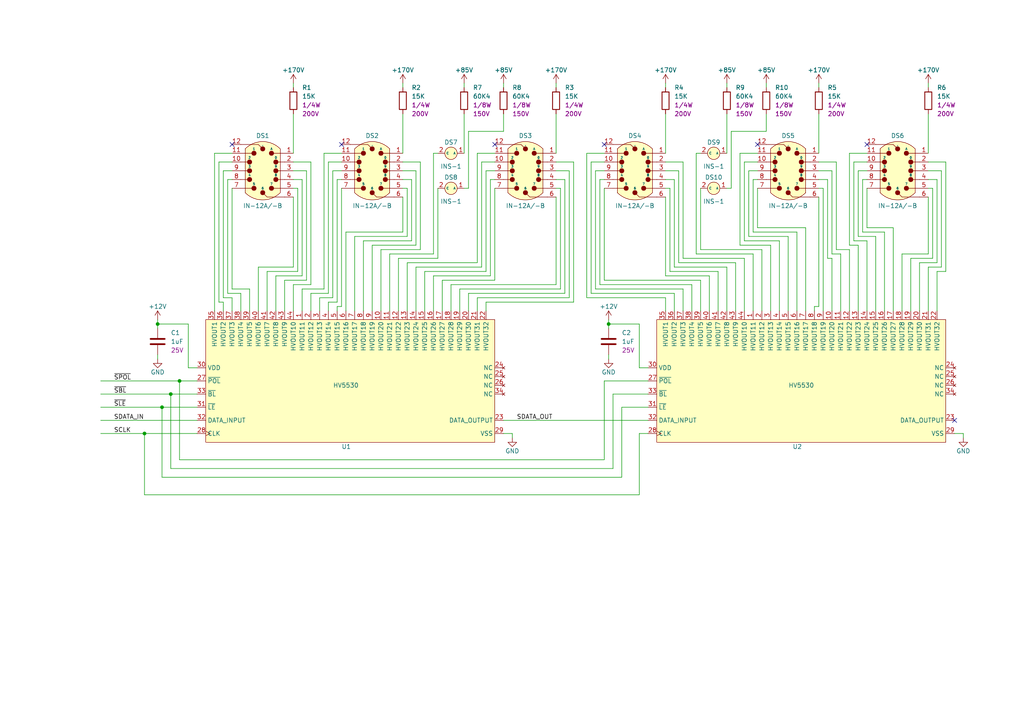
<source format=kicad_sch>
(kicad_sch (version 20230121) (generator eeschema)
  (paper "A4")
  (title_block (title "Nixie Clock Driver") (date "2023-11-19") (rev "Pro01") (company "EAM"))
  (lib_symbols
    (symbol "Device:C" (pin_numbers hide) (pin_names (offset 0.254))
      (property "Reference" "C" (at 0.635 2.54 0))
      (property "Value" "C" (at 0.635 -2.54 0))
      (symbol "C_1_1"
        (pin passive line (at 0 3.81 270) (length 2.794) (name "~") (number "1"))
        (pin passive line (at 0 -3.81 90) (length 2.794) (name "~") (number "2"))
      )
    )
    (symbol "Device:R" (pin_numbers hide) (pin_names (offset 0))
      (property "Reference" "R" (at 2.032 0 90))
      (property "Value" "R" (at 0 0 90))
      (symbol "R_1_1"
        (pin passive line (at 0 3.81 270) (length 1.27) (name "~") (number "1"))
        (pin passive line (at 0 -3.81 90) (length 1.27) (name "~") (number "2"))
      )
    )
    (symbol "HV5530_1"
      (property "Reference" "U" (at 0 0 0))
      (symbol "HV5530_1_1_1"
        (pin open_collector line (at -12.7 20.32 270) (length 2.54) (name "HVOUT11") (number "1"))
        (pin open_collector line (at 10.16 20.32 270) (length 2.54) (name "HVOUT20") (number "10"))
        (pin open_collector line (at 12.7 20.32 270) (length 2.54) (name "HVOUT21") (number "11"))
        (pin open_collector line (at 15.24 20.32 270) (length 2.54) (name "HVOUT22") (number "12"))
        (pin open_collector line (at 17.78 20.32 270) (length 2.54) (name "HVOUT23") (number "13"))
        (pin open_collector line (at 20.32 20.32 270) (length 2.54) (name "HVOUT24") (number "14"))
        (pin open_collector line (at 22.86 20.32 270) (length 2.54) (name "HVOUT25") (number "15"))
        (pin open_collector line (at 25.4 20.32 270) (length 2.54) (name "HVOUT26") (number "16"))
        (pin open_collector line (at 27.94 20.32 270) (length 2.54) (name "HVOUT27") (number "17"))
        (pin open_collector line (at 30.48 20.32 270) (length 2.54) (name "HVOUT28") (number "18"))
        (pin open_collector line (at 33.02 20.32 270) (length 2.54) (name "HVOUT29") (number "19"))
        (pin open_collector line (at -10.16 20.32 270) (length 2.54) (name "HVOUT12") (number "2"))
        (pin open_collector line (at 35.56 20.32 270) (length 2.54) (name "HVOUT30") (number "20"))
        (pin open_collector line (at 38.1 20.32 270) (length 2.54) (name "HVOUT31") (number "21"))
        (pin open_collector line (at 40.64 20.32 270) (length 2.54) (name "HVOUT32") (number "22"))
        (pin output line (at 45.72 -11.43 180) (length 2.54) (name "DATA_OUTPUT") (number "23"))
        (pin no_connect line (at 45.72 3.81 180) (length 2.54) (name "NC") (number "24"))
        (pin no_connect line (at 45.72 1.27 180) (length 2.54) (name "NC") (number "25"))
        (pin no_connect line (at 45.72 -1.27 180) (length 2.54) (name "NC") (number "26"))
        (pin input line (at -43.18 0 0) (length 2.54) (name "~{POL}") (number "27"))
        (pin input clock (at -43.18 -15.24 0) (length 2.54) (name "CLK") (number "28"))
        (pin power_out line (at 45.72 -15.24 180) (length 2.54) (name "VSS") (number "29"))
        (pin open_collector line (at -7.62 20.32 270) (length 2.54) (name "HVOUT13") (number "3"))
        (pin power_in line (at -43.18 3.81 0) (length 2.54) (name "VDD") (number "30"))
        (pin input line (at -43.18 -7.62 0) (length 2.54) (name "~{LE}") (number "31"))
        (pin input line (at -43.18 -11.43 0) (length 2.54) (name "DATA_INPUT") (number "32"))
        (pin input line (at -43.18 -3.81 0) (length 2.54) (name "~{BL}") (number "33"))
        (pin no_connect line (at 45.72 -3.81 180) (length 2.54) (name "NC") (number "34"))
        (pin open_collector line (at -38.1 20.32 270) (length 2.54) (name "HVOUT1") (number "35"))
        (pin open_collector line (at -35.56 20.32 270) (length 2.54) (name "HVOUT2") (number "36"))
        (pin open_collector line (at -33.02 20.32 270) (length 2.54) (name "HVOUT3") (number "37"))
        (pin open_collector line (at -30.48 20.32 270) (length 2.54) (name "HVOUT4") (number "38"))
        (pin open_collector line (at -27.94 20.32 270) (length 2.54) (name "HVOUT5") (number "39"))
        (pin open_collector line (at -5.08 20.32 270) (length 2.54) (name "HVOUT14") (number "4"))
        (pin open_collector line (at -25.4 20.32 270) (length 2.54) (name "HVOUT6") (number "40"))
        (pin open_collector line (at -22.86 20.32 270) (length 2.54) (name "HVOUT7") (number "41"))
        (pin open_collector line (at -20.32 20.32 270) (length 2.54) (name "HVOUT8") (number "42"))
        (pin open_collector line (at -17.78 20.32 270) (length 2.54) (name "HVOUT9") (number "43"))
        (pin open_collector line (at -15.24 20.32 270) (length 2.54) (name "HVOUT10") (number "44"))
        (pin open_collector line (at -2.54 20.32 270) (length 2.54) (name "HVOUT15") (number "5"))
        (pin open_collector line (at 0 20.32 270) (length 2.54) (name "HVOUT16") (number "6"))
        (pin open_collector line (at 2.54 20.32 270) (length 2.54) (name "HVOUT17") (number "7"))
        (pin open_collector line (at 5.08 20.32 270) (length 2.54) (name "HVOUT18") (number "8"))
        (pin open_collector line (at 7.62 20.32 270) (length 2.54) (name "HVOUT19") (number "9"))
      )
    )
    (symbol "IN-12A/-B_1"
      (property "Reference" "DS" (at 0 0 0))
      (property "Value" "IN-12A/-B" (at 0 -10.16 0))
      (symbol "IN-12A/-B_1_1_1"
        (text ",\n" (at 0 7.62 0) (effects (font (size 0.635 0.635))))
        (text "0\n" (at 3.81 3.81 0) (effects (font (size 0.635 0.635))))
        (text "1" (at -2.54 6.35 0) (effects (font (size 0.635 0.635))))
        (text "2" (at -3.81 3.81 0) (effects (font (size 0.635 0.635))))
        (text "3\n" (at -3.81 1.27 0) (effects (font (size 0.635 0.635))))
        (text "4" (at -3.81 -1.27 0) (effects (font (size 0.635 0.635))))
        (text "5\n" (at -2.54 -3.81 0) (effects (font (size 0.635 0.635))))
        (text "6\n" (at 0 -5.08 0) (effects (font (size 0.635 0.635))))
        (text "7" (at 2.54 -3.81 0) (effects (font (size 0.635 0.635))))
        (text "8\n" (at 3.81 -1.27 0) (effects (font (size 0.635 0.635))))
        (text "9\n" (at 3.81 1.27 0) (effects (font (size 0.635 0.635))))
        (text "A\n" (at 2.54 6.35 0) (effects (font (size 0.635 0.635))))
        (pin power_in line (at 8.89 5.08 180) (length 2.54) (name "") (number "1"))
        (pin power_out line (at -8.89 2.54 0) (length 2.54) (name "") (number "10"))
        (pin power_out line (at -8.89 5.08 0) (length 2.54) (name "") (number "11"))
        (pin power_out line (at -8.89 7.62 0) (length 2.54) (name "") (number "12"))
        (pin power_out line (at 8.89 2.54 180) (length 2.54) (name "") (number "2"))
        (pin power_out line (at 8.89 0 180) (length 2.54) (name "") (number "3"))
        (pin power_out line (at 8.89 -2.54 180) (length 2.54) (name "") (number "4"))
        (pin power_out line (at 8.89 -5.08 180) (length 2.54) (name "") (number "5"))
        (pin power_out line (at 8.89 -7.62 180) (length 2.54) (name "") (number "6"))
        (pin power_out line (at -8.89 -5.08 0) (length 2.54) (name "") (number "7"))
        (pin power_out line (at -8.89 -2.54 0) (length 2.54) (name "") (number "8"))
        (pin power_out line (at -8.89 0 0) (length 2.54) (name "") (number "9"))
      )
    )
    (symbol "IN-12A/-B_2"
      (property "Reference" "DS" (at 0 0 0))
      (property "Value" "IN-12A/-B" (at 0 -10.16 0))
      (symbol "IN-12A/-B_2_1_1"
        (text ",\n" (at 0 7.62 0) (effects (font (size 0.635 0.635))))
        (text "0\n" (at 3.81 3.81 0) (effects (font (size 0.635 0.635))))
        (text "1" (at -2.54 6.35 0) (effects (font (size 0.635 0.635))))
        (text "2" (at -3.81 3.81 0) (effects (font (size 0.635 0.635))))
        (text "3\n" (at -3.81 1.27 0) (effects (font (size 0.635 0.635))))
        (text "4" (at -3.81 -1.27 0) (effects (font (size 0.635 0.635))))
        (text "5\n" (at -2.54 -3.81 0) (effects (font (size 0.635 0.635))))
        (text "6\n" (at 0 -5.08 0) (effects (font (size 0.635 0.635))))
        (text "7" (at 2.54 -3.81 0) (effects (font (size 0.635 0.635))))
        (text "8\n" (at 3.81 -1.27 0) (effects (font (size 0.635 0.635))))
        (text "9\n" (at 3.81 1.27 0) (effects (font (size 0.635 0.635))))
        (text "A\n" (at 2.54 6.35 0) (effects (font (size 0.635 0.635))))
        (pin power_in line (at 8.89 5.08 180) (length 2.54) (name "") (number "1"))
        (pin power_out line (at -8.89 2.54 0) (length 2.54) (name "") (number "10"))
        (pin power_out line (at -8.89 5.08 0) (length 2.54) (name "") (number "11"))
        (pin power_out line (at -8.89 7.62 0) (length 2.54) (name "") (number "12"))
        (pin power_out line (at 8.89 2.54 180) (length 2.54) (name "") (number "2"))
        (pin power_out line (at 8.89 0 180) (length 2.54) (name "") (number "3"))
        (pin power_out line (at 8.89 -2.54 180) (length 2.54) (name "") (number "4"))
        (pin power_out line (at 8.89 -5.08 180) (length 2.54) (name "") (number "5"))
        (pin power_out line (at 8.89 -7.62 180) (length 2.54) (name "") (number "6"))
        (pin power_out line (at -8.89 -5.08 0) (length 2.54) (name "") (number "7"))
        (pin power_out line (at -8.89 -2.54 0) (length 2.54) (name "") (number "8"))
        (pin power_out line (at -8.89 0 0) (length 2.54) (name "") (number "9"))
      )
    )
    (symbol "IN-12A/-B_3"
      (property "Reference" "DS" (at 0 0 0))
      (property "Value" "IN-12A/-B" (at 0 -10.16 0))
      (symbol "IN-12A/-B_3_1_1"
        (text ",\n" (at 0 7.62 0) (effects (font (size 0.635 0.635))))
        (text "0\n" (at 3.81 3.81 0) (effects (font (size 0.635 0.635))))
        (text "1" (at -2.54 6.35 0) (effects (font (size 0.635 0.635))))
        (text "2" (at -3.81 3.81 0) (effects (font (size 0.635 0.635))))
        (text "3\n" (at -3.81 1.27 0) (effects (font (size 0.635 0.635))))
        (text "4" (at -3.81 -1.27 0) (effects (font (size 0.635 0.635))))
        (text "5\n" (at -2.54 -3.81 0) (effects (font (size 0.635 0.635))))
        (text "6\n" (at 0 -5.08 0) (effects (font (size 0.635 0.635))))
        (text "7" (at 2.54 -3.81 0) (effects (font (size 0.635 0.635))))
        (text "8\n" (at 3.81 -1.27 0) (effects (font (size 0.635 0.635))))
        (text "9\n" (at 3.81 1.27 0) (effects (font (size 0.635 0.635))))
        (text "A\n" (at 2.54 6.35 0) (effects (font (size 0.635 0.635))))
        (pin power_in line (at 8.89 5.08 180) (length 2.54) (name "") (number "1"))
        (pin power_out line (at -8.89 2.54 0) (length 2.54) (name "") (number "10"))
        (pin power_out line (at -8.89 5.08 0) (length 2.54) (name "") (number "11"))
        (pin power_out line (at -8.89 7.62 0) (length 2.54) (name "") (number "12"))
        (pin power_out line (at 8.89 2.54 180) (length 2.54) (name "") (number "2"))
        (pin power_out line (at 8.89 0 180) (length 2.54) (name "") (number "3"))
        (pin power_out line (at 8.89 -2.54 180) (length 2.54) (name "") (number "4"))
        (pin power_out line (at 8.89 -5.08 180) (length 2.54) (name "") (number "5"))
        (pin power_out line (at 8.89 -7.62 180) (length 2.54) (name "") (number "6"))
        (pin power_out line (at -8.89 -5.08 0) (length 2.54) (name "") (number "7"))
        (pin power_out line (at -8.89 -2.54 0) (length 2.54) (name "") (number "8"))
        (pin power_out line (at -8.89 0 0) (length 2.54) (name "") (number "9"))
      )
    )
    (symbol "IN-12A/-B_4"
      (property "Reference" "DS" (at 0 0 0))
      (property "Value" "IN-12A/-B" (at 0 -10.16 0))
      (symbol "IN-12A/-B_4_1_1"
        (text ",\n" (at 0 7.62 0) (effects (font (size 0.635 0.635))))
        (text "0\n" (at 3.81 3.81 0) (effects (font (size 0.635 0.635))))
        (text "1" (at -2.54 6.35 0) (effects (font (size 0.635 0.635))))
        (text "2" (at -3.81 3.81 0) (effects (font (size 0.635 0.635))))
        (text "3\n" (at -3.81 1.27 0) (effects (font (size 0.635 0.635))))
        (text "4" (at -3.81 -1.27 0) (effects (font (size 0.635 0.635))))
        (text "5\n" (at -2.54 -3.81 0) (effects (font (size 0.635 0.635))))
        (text "6\n" (at 0 -5.08 0) (effects (font (size 0.635 0.635))))
        (text "7" (at 2.54 -3.81 0) (effects (font (size 0.635 0.635))))
        (text "8\n" (at 3.81 -1.27 0) (effects (font (size 0.635 0.635))))
        (text "9\n" (at 3.81 1.27 0) (effects (font (size 0.635 0.635))))
        (text "A\n" (at 2.54 6.35 0) (effects (font (size 0.635 0.635))))
        (pin power_in line (at 8.89 5.08 180) (length 2.54) (name "") (number "1"))
        (pin power_out line (at -8.89 2.54 0) (length 2.54) (name "") (number "10"))
        (pin power_out line (at -8.89 5.08 0) (length 2.54) (name "") (number "11"))
        (pin power_out line (at -8.89 7.62 0) (length 2.54) (name "") (number "12"))
        (pin power_out line (at 8.89 2.54 180) (length 2.54) (name "") (number "2"))
        (pin power_out line (at 8.89 0 180) (length 2.54) (name "") (number "3"))
        (pin power_out line (at 8.89 -2.54 180) (length 2.54) (name "") (number "4"))
        (pin power_out line (at 8.89 -5.08 180) (length 2.54) (name "") (number "5"))
        (pin power_out line (at 8.89 -7.62 180) (length 2.54) (name "") (number "6"))
        (pin power_out line (at -8.89 -5.08 0) (length 2.54) (name "") (number "7"))
        (pin power_out line (at -8.89 -2.54 0) (length 2.54) (name "") (number "8"))
        (pin power_out line (at -8.89 0 0) (length 2.54) (name "") (number "9"))
      )
    )
    (symbol "IN-12A/-B_5"
      (property "Reference" "DS" (at 0 0 0))
      (property "Value" "IN-12A/-B" (at 0 -10.16 0))
      (symbol "IN-12A/-B_5_1_1"
        (text ",\n" (at 0 7.62 0) (effects (font (size 0.635 0.635))))
        (text "0\n" (at 3.81 3.81 0) (effects (font (size 0.635 0.635))))
        (text "1" (at -2.54 6.35 0) (effects (font (size 0.635 0.635))))
        (text "2" (at -3.81 3.81 0) (effects (font (size 0.635 0.635))))
        (text "3\n" (at -3.81 1.27 0) (effects (font (size 0.635 0.635))))
        (text "4" (at -3.81 -1.27 0) (effects (font (size 0.635 0.635))))
        (text "5\n" (at -2.54 -3.81 0) (effects (font (size 0.635 0.635))))
        (text "6\n" (at 0 -5.08 0) (effects (font (size 0.635 0.635))))
        (text "7" (at 2.54 -3.81 0) (effects (font (size 0.635 0.635))))
        (text "8\n" (at 3.81 -1.27 0) (effects (font (size 0.635 0.635))))
        (text "9\n" (at 3.81 1.27 0) (effects (font (size 0.635 0.635))))
        (text "A\n" (at 2.54 6.35 0) (effects (font (size 0.635 0.635))))
        (pin power_in line (at 8.89 5.08 180) (length 2.54) (name "") (number "1"))
        (pin power_out line (at -8.89 2.54 0) (length 2.54) (name "") (number "10"))
        (pin power_out line (at -8.89 5.08 0) (length 2.54) (name "") (number "11"))
        (pin power_out line (at -8.89 7.62 0) (length 2.54) (name "") (number "12"))
        (pin power_out line (at 8.89 2.54 180) (length 2.54) (name "") (number "2"))
        (pin power_out line (at 8.89 0 180) (length 2.54) (name "") (number "3"))
        (pin power_out line (at 8.89 -2.54 180) (length 2.54) (name "") (number "4"))
        (pin power_out line (at 8.89 -5.08 180) (length 2.54) (name "") (number "5"))
        (pin power_out line (at 8.89 -7.62 180) (length 2.54) (name "") (number "6"))
        (pin power_out line (at -8.89 -5.08 0) (length 2.54) (name "") (number "7"))
        (pin power_out line (at -8.89 -2.54 0) (length 2.54) (name "") (number "8"))
        (pin power_out line (at -8.89 0 0) (length 2.54) (name "") (number "9"))
      )
    )
    (symbol "nixie_clock_symbol_library:+170V" (power) (pin_names (offset 0)) (in_bom no) (on_board no)
      (property "Value" "+170V" (at 0 3.81 0))
      (symbol "+170V_1_1"
        (pin power_in line (at 0 0 90) (length 0) hide (name "+170V") (number "1"))
      )
    )
    (symbol "nixie_clock_symbol_library:+85V" (power) (pin_names (offset 0)) (in_bom no) (on_board no)
      (property "Value" "+85V" (at 0 3.81 0))
      (symbol "+85V_1_1"
        (pin power_in line (at 0 0 90) (length 0) hide (name "+85V") (number "1"))
      )
    )
    (symbol "nixie_clock_symbol_library:HV5530"
      (property "Reference" "U" (at 0 0 0))
      (symbol "HV5530_1_1"
        (pin open_collector line (at -12.7 20.32 270) (length 2.54) (name "HVOUT11") (number "1"))
        (pin open_collector line (at 10.16 20.32 270) (length 2.54) (name "HVOUT20") (number "10"))
        (pin open_collector line (at 12.7 20.32 270) (length 2.54) (name "HVOUT21") (number "11"))
        (pin open_collector line (at 15.24 20.32 270) (length 2.54) (name "HVOUT22") (number "12"))
        (pin open_collector line (at 17.78 20.32 270) (length 2.54) (name "HVOUT23") (number "13"))
        (pin open_collector line (at 20.32 20.32 270) (length 2.54) (name "HVOUT24") (number "14"))
        (pin open_collector line (at 22.86 20.32 270) (length 2.54) (name "HVOUT25") (number "15"))
        (pin open_collector line (at 25.4 20.32 270) (length 2.54) (name "HVOUT26") (number "16"))
        (pin open_collector line (at 27.94 20.32 270) (length 2.54) (name "HVOUT27") (number "17"))
        (pin open_collector line (at 30.48 20.32 270) (length 2.54) (name "HVOUT28") (number "18"))
        (pin open_collector line (at 33.02 20.32 270) (length 2.54) (name "HVOUT29") (number "19"))
        (pin open_collector line (at -10.16 20.32 270) (length 2.54) (name "HVOUT12") (number "2"))
        (pin open_collector line (at 35.56 20.32 270) (length 2.54) (name "HVOUT30") (number "20"))
        (pin open_collector line (at 38.1 20.32 270) (length 2.54) (name "HVOUT31") (number "21"))
        (pin open_collector line (at 40.64 20.32 270) (length 2.54) (name "HVOUT32") (number "22"))
        (pin output line (at 45.72 -11.43 180) (length 2.54) (name "DATA_OUTPUT") (number "23"))
        (pin no_connect line (at 45.72 3.81 180) (length 2.54) (name "NC") (number "24"))
        (pin no_connect line (at 45.72 1.27 180) (length 2.54) (name "NC") (number "25"))
        (pin no_connect line (at 45.72 -1.27 180) (length 2.54) (name "NC") (number "26"))
        (pin input line (at -43.18 0 0) (length 2.54) (name "~{POL}") (number "27"))
        (pin input clock (at -43.18 -15.24 0) (length 2.54) (name "CLK") (number "28"))
        (pin power_out line (at 45.72 -15.24 180) (length 2.54) (name "VSS") (number "29"))
        (pin open_collector line (at -7.62 20.32 270) (length 2.54) (name "HVOUT13") (number "3"))
        (pin power_in line (at -43.18 3.81 0) (length 2.54) (name "VDD") (number "30"))
        (pin input line (at -43.18 -7.62 0) (length 2.54) (name "~{LE}") (number "31"))
        (pin input line (at -43.18 -11.43 0) (length 2.54) (name "DATA_INPUT") (number "32"))
        (pin input line (at -43.18 -3.81 0) (length 2.54) (name "~{BL}") (number "33"))
        (pin no_connect line (at 45.72 -3.81 180) (length 2.54) (name "NC") (number "34"))
        (pin open_collector line (at -38.1 20.32 270) (length 2.54) (name "HVOUT1") (number "35"))
        (pin open_collector line (at -35.56 20.32 270) (length 2.54) (name "HVOUT2") (number "36"))
        (pin open_collector line (at -33.02 20.32 270) (length 2.54) (name "HVOUT3") (number "37"))
        (pin open_collector line (at -30.48 20.32 270) (length 2.54) (name "HVOUT4") (number "38"))
        (pin open_collector line (at -27.94 20.32 270) (length 2.54) (name "HVOUT5") (number "39"))
        (pin open_collector line (at -5.08 20.32 270) (length 2.54) (name "HVOUT14") (number "4"))
        (pin open_collector line (at -25.4 20.32 270) (length 2.54) (name "HVOUT6") (number "40"))
        (pin open_collector line (at -22.86 20.32 270) (length 2.54) (name "HVOUT7") (number "41"))
        (pin open_collector line (at -20.32 20.32 270) (length 2.54) (name "HVOUT8") (number "42"))
        (pin open_collector line (at -17.78 20.32 270) (length 2.54) (name "HVOUT9") (number "43"))
        (pin open_collector line (at -15.24 20.32 270) (length 2.54) (name "HVOUT10") (number "44"))
        (pin open_collector line (at -2.54 20.32 270) (length 2.54) (name "HVOUT15") (number "5"))
        (pin open_collector line (at 0 20.32 270) (length 2.54) (name "HVOUT16") (number "6"))
        (pin open_collector line (at 2.54 20.32 270) (length 2.54) (name "HVOUT17") (number "7"))
        (pin open_collector line (at 5.08 20.32 270) (length 2.54) (name "HVOUT18") (number "8"))
        (pin open_collector line (at 7.62 20.32 270) (length 2.54) (name "HVOUT19") (number "9"))
      )
    )
    (symbol "nixie_clock_symbol_library:IN-12A/-B"
      (property "Reference" "DS" (at 0 0 0))
      (property "Value" "IN-12A/-B" (at 0 -10.16 0))
      (symbol "IN-12A/-B_1_1"
        (text ",\n" (at 0 7.62 0) (effects (font (size 0.635 0.635))))
        (text "0\n" (at 3.81 3.81 0) (effects (font (size 0.635 0.635))))
        (text "1" (at -2.54 6.35 0) (effects (font (size 0.635 0.635))))
        (text "2" (at -3.81 3.81 0) (effects (font (size 0.635 0.635))))
        (text "3\n" (at -3.81 1.27 0) (effects (font (size 0.635 0.635))))
        (text "4" (at -3.81 -1.27 0) (effects (font (size 0.635 0.635))))
        (text "5\n" (at -2.54 -3.81 0) (effects (font (size 0.635 0.635))))
        (text "6\n" (at 0 -5.08 0) (effects (font (size 0.635 0.635))))
        (text "7" (at 2.54 -3.81 0) (effects (font (size 0.635 0.635))))
        (text "8\n" (at 3.81 -1.27 0) (effects (font (size 0.635 0.635))))
        (text "9\n" (at 3.81 1.27 0) (effects (font (size 0.635 0.635))))
        (text "A\n" (at 2.54 6.35 0) (effects (font (size 0.635 0.635))))
        (pin power_in line (at 8.89 5.08 180) (length 2.54) (name "") (number "1"))
        (pin power_out line (at -8.89 2.54 0) (length 2.54) (name "") (number "10"))
        (pin power_out line (at -8.89 5.08 0) (length 2.54) (name "") (number "11"))
        (pin power_out line (at -8.89 7.62 0) (length 2.54) (name "") (number "12"))
        (pin power_out line (at 8.89 2.54 180) (length 2.54) (name "") (number "2"))
        (pin power_out line (at 8.89 0 180) (length 2.54) (name "") (number "3"))
        (pin power_out line (at 8.89 -2.54 180) (length 2.54) (name "") (number "4"))
        (pin power_out line (at 8.89 -5.08 180) (length 2.54) (name "") (number "5"))
        (pin power_out line (at 8.89 -7.62 180) (length 2.54) (name "") (number "6"))
        (pin power_out line (at -8.89 -5.08 0) (length 2.54) (name "") (number "7"))
        (pin power_out line (at -8.89 -2.54 0) (length 2.54) (name "") (number "8"))
        (pin power_out line (at -8.89 0 0) (length 2.54) (name "") (number "9"))
      )
    )
    (symbol "nixie_clock_symbol_library:INS-1"
      (property "Reference" "DS" (at 0 3.175 0))
      (property "Value" "INS-1" (at 0 -3.175 0))
      (symbol "INS-1_1_1"
        (pin power_in line (at 3.81 0 180) (length 1.905) (name "A") (number "1"))
        (pin power_in line (at -3.81 0 0) (length 1.905) (name "C") (number "2"))
      )
    )
    (symbol "power:+12V" (power) (pin_names (offset 0))
      (property "Value" "+12V" (at 0 3.556 0))
      (symbol "+12V_1_1"
        (pin power_in line (at 0 0 90) (length 0) hide (name "+12V") (number "1"))
      )
    )
    (symbol "power:GND" (power) (pin_names (offset 0))
      (property "Value" "GND" (at 0 -3.81 0))
      (symbol "GND_1_1"
        (pin power_in line (at 0 0 270) (length 0) hide (name "GND") (number "1"))
      )
    )
  )
  (junction (at 49.53 114.3))
  (junction (at 46.99 118.11))
  (junction (at 176.53 93.98))
  (junction (at 52.07 110.49))
  (junction (at 45.72 93.98))
  (junction (at 41.91 125.73))
  (no_connect (at 219.71 41.91))
  (no_connect (at 175.26 41.91))
  (no_connect (at 143.51 41.91))
  (no_connect (at 67.31 41.91))
  (no_connect (at 99.06 41.91))
  (no_connect (at 276.86 121.92))
  (no_connect (at 251.46 41.91))
  (wire (pts (xy 116.84 52.07) (xy 119.38 52.07)))
  (wire (pts (xy 233.68 66.04) (xy 233.68 90.17)))
  (wire (pts (xy 57.15 106.68) (xy 54.61 106.68)))
  (wire (pts (xy 45.72 104.14) (xy 45.72 102.87)))
  (wire (pts (xy 212.09 38.1) (xy 222.25 38.1)))
  (wire (pts (xy 29.21 114.3) (xy 49.53 114.3)))
  (wire (pts (xy 175.26 54.61) (xy 175.26 81.28)))
  (wire (pts (xy 193.04 52.07) (xy 195.58 52.07)))
  (wire (pts (xy 99.06 88.9) (xy 97.79 88.9)))
  (wire (pts (xy 41.91 143.51) (xy 185.42 143.51)))
  (wire (pts (xy 123.19 78.74) (xy 123.19 90.17)))
  (wire (pts (xy 246.38 44.45) (xy 246.38 71.12)))
  (wire (pts (xy 214.63 44.45) (xy 214.63 71.12)))
  (wire (pts (xy 161.29 52.07) (xy 163.83 52.07)))
  (wire (pts (xy 177.8 114.3) (xy 187.96 114.3)))
  (wire (pts (xy 97.79 52.07) (xy 97.79 87.63)))
  (wire (pts (xy 171.45 85.09) (xy 195.58 85.09)))
  (wire (pts (xy 135.89 38.1) (xy 146.05 38.1)))
  (wire (pts (xy 116.84 57.15) (xy 116.84 67.31)))
  (wire (pts (xy 198.12 83.82) (xy 172.72 83.82)))
  (wire (pts (xy 161.29 82.55) (xy 130.81 82.55)))
  (wire (pts (xy 237.49 54.61) (xy 238.76 54.61)))
  (wire (pts (xy 130.81 82.55) (xy 130.81 90.17)))
  (wire (pts (xy 246.38 90.17) (xy 246.38 72.39)))
  (wire (pts (xy 170.18 44.45) (xy 170.18 86.36)))
  (wire (pts (xy 237.49 52.07) (xy 240.03 52.07)))
  (wire (pts (xy 95.25 46.99) (xy 95.25 85.09)))
  (wire (pts (xy 214.63 71.12) (xy 223.52 71.12)))
  (wire (pts (xy 161.29 46.99) (xy 166.37 46.99)))
  (wire (pts (xy 143.51 81.28) (xy 128.27 81.28)))
  (wire (pts (xy 237.49 49.53) (xy 241.3 49.53)))
  (wire (pts (xy 93.98 83.82) (xy 87.63 83.82)))
  (wire (pts (xy 87.63 83.82) (xy 87.63 90.17)))
  (wire (pts (xy 161.29 57.15) (xy 161.29 82.55)))
  (wire (pts (xy 273.05 49.53) (xy 273.05 77.47)))
  (wire (pts (xy 193.04 49.53) (xy 196.85 49.53)))
  (wire (pts (xy 134.62 33.02) (xy 134.62 44.45)))
  (wire (pts (xy 261.62 73.66) (xy 269.24 73.66)))
  (wire (pts (xy 269.24 49.53) (xy 273.05 49.53)))
  (wire (pts (xy 116.84 33.02) (xy 116.84 44.45)))
  (wire (pts (xy 196.85 76.2) (xy 213.36 76.2)))
  (wire (pts (xy 66.04 85.09) (xy 69.85 85.09)))
  (wire (pts (xy 128.27 81.28) (xy 128.27 90.17)))
  (wire (pts (xy 222.25 24.13) (xy 222.25 25.4)))
  (wire (pts (xy 251.46 90.17) (xy 251.46 69.85)))
  (wire (pts (xy 248.92 49.53) (xy 248.92 68.58)))
  (wire (pts (xy 194.31 54.61) (xy 194.31 78.74)))
  (wire (pts (xy 80.01 80.01) (xy 80.01 90.17)))
  (wire (pts (xy 201.93 44.45) (xy 203.2 44.45)))
  (wire (pts (xy 241.3 73.66) (xy 243.84 73.66)))
  (wire (pts (xy 125.73 44.45) (xy 127 44.45)))
  (wire (pts (xy 219.71 49.53) (xy 217.17 49.53)))
  (wire (pts (xy 120.65 71.12) (xy 107.95 71.12)))
  (wire (pts (xy 259.08 90.17) (xy 259.08 66.04)))
  (wire (pts (xy 165.1 86.36) (xy 138.43 86.36)))
  (wire (pts (xy 85.09 33.02) (xy 85.09 44.45)))
  (wire (pts (xy 251.46 49.53) (xy 248.92 49.53)))
  (wire (pts (xy 163.83 85.09) (xy 135.89 85.09)))
  (wire (pts (xy 269.24 57.15) (xy 269.24 73.66)))
  (wire (pts (xy 219.71 46.99) (xy 215.9 46.99)))
  (wire (pts (xy 146.05 24.13) (xy 146.05 25.4)))
  (wire (pts (xy 271.78 78.74) (xy 274.32 78.74)))
  (wire (pts (xy 210.82 54.61) (xy 212.09 54.61)))
  (wire (pts (xy 87.63 52.07) (xy 87.63 80.01)))
  (wire (pts (xy 217.17 49.53) (xy 217.17 68.58)))
  (wire (pts (xy 231.14 67.31) (xy 231.14 90.17)))
  (wire (pts (xy 133.35 83.82) (xy 162.56 83.82)))
  (wire (pts (xy 195.58 52.07) (xy 195.58 77.47)))
  (wire (pts (xy 250.19 67.31) (xy 256.54 67.31)))
  (wire (pts (xy 146.05 121.92) (xy 187.96 121.92)))
  (wire (pts (xy 97.79 88.9) (xy 97.79 90.17)))
  (wire (pts (xy 254 90.17) (xy 254 68.58)))
  (wire (pts (xy 134.62 54.61) (xy 135.89 54.61)))
  (wire (pts (xy 256.54 90.17) (xy 256.54 67.31)))
  (wire (pts (xy 218.44 67.31) (xy 231.14 67.31)))
  (wire (pts (xy 237.49 24.13) (xy 237.49 25.4)))
  (wire (pts (xy 219.71 66.04) (xy 233.68 66.04)))
  (wire (pts (xy 269.24 46.99) (xy 274.32 46.99)))
  (wire (pts (xy 212.09 38.1) (xy 212.09 54.61)))
  (wire (pts (xy 134.62 24.13) (xy 134.62 25.4)))
  (wire (pts (xy 138.43 44.45) (xy 138.43 76.2)))
  (wire (pts (xy 238.76 54.61) (xy 238.76 90.17)))
  (wire (pts (xy 90.17 46.99) (xy 90.17 82.55)))
  (wire (pts (xy 115.57 74.93) (xy 127 74.93)))
  (wire (pts (xy 77.47 78.74) (xy 77.47 90.17)))
  (wire (pts (xy 46.99 118.11) (xy 57.15 118.11)))
  (wire (pts (xy 29.21 121.92) (xy 57.15 121.92)))
  (wire (pts (xy 237.49 88.9) (xy 236.22 88.9)))
  (wire (pts (xy 64.77 87.63) (xy 64.77 90.17)))
  (wire (pts (xy 193.04 57.15) (xy 193.04 80.01)))
  (wire (pts (xy 67.31 44.45) (xy 62.23 44.45)))
  (wire (pts (xy 148.59 127) (xy 148.59 125.73)))
  (wire (pts (xy 193.04 46.99) (xy 198.12 46.99)))
  (wire (pts (xy 176.53 104.14) (xy 176.53 102.87)))
  (wire (pts (xy 243.84 73.66) (xy 243.84 90.17)))
  (wire (pts (xy 127 54.61) (xy 127 74.93)))
  (wire (pts (xy 161.29 24.13) (xy 161.29 25.4)))
  (wire (pts (xy 95.25 90.17) (xy 95.25 87.63)))
  (wire (pts (xy 90.17 85.09) (xy 90.17 90.17)))
  (wire (pts (xy 269.24 24.13) (xy 269.24 25.4)))
  (wire (pts (xy 166.37 46.99) (xy 166.37 87.63)))
  (wire (pts (xy 54.61 93.98) (xy 45.72 93.98)))
  (wire (pts (xy 271.78 90.17) (xy 271.78 78.74)))
  (wire (pts (xy 172.72 49.53) (xy 172.72 83.82)))
  (wire (pts (xy 143.51 46.99) (xy 139.7 46.99)))
  (wire (pts (xy 110.49 90.17) (xy 110.49 72.39)))
  (wire (pts (xy 175.26 44.45) (xy 170.18 44.45)))
  (wire (pts (xy 41.91 125.73) (xy 57.15 125.73)))
  (wire (pts (xy 187.96 106.68) (xy 185.42 106.68)))
  (wire (pts (xy 99.06 44.45) (xy 93.98 44.45)))
  (wire (pts (xy 140.97 90.17) (xy 140.97 87.63)))
  (wire (pts (xy 269.24 52.07) (xy 271.78 52.07)))
  (wire (pts (xy 203.2 90.17) (xy 203.2 81.28)))
  (wire (pts (xy 142.24 80.01) (xy 125.73 80.01)))
  (wire (pts (xy 240.03 74.93) (xy 241.3 74.93)))
  (wire (pts (xy 85.09 52.07) (xy 87.63 52.07)))
  (wire (pts (xy 116.84 54.61) (xy 118.11 54.61)))
  (wire (pts (xy 215.9 74.93) (xy 198.12 74.93)))
  (wire (pts (xy 193.04 80.01) (xy 205.74 80.01)))
  (wire (pts (xy 198.12 90.17) (xy 198.12 83.82)))
  (wire (pts (xy 110.49 72.39) (xy 121.92 72.39)))
  (wire (pts (xy 90.17 82.55) (xy 85.09 82.55)))
  (wire (pts (xy 88.9 81.28) (xy 82.55 81.28)))
  (wire (pts (xy 237.49 57.15) (xy 237.49 88.9)))
  (wire (pts (xy 210.82 77.47) (xy 210.82 90.17)))
  (wire (pts (xy 176.53 93.98) (xy 176.53 95.25)))
  (wire (pts (xy 250.19 52.07) (xy 250.19 67.31)))
  (wire (pts (xy 67.31 52.07) (xy 66.04 52.07)))
  (wire (pts (xy 41.91 125.73) (xy 41.91 143.51)))
  (wire (pts (xy 185.42 93.98) (xy 176.53 93.98)))
  (wire (pts (xy 120.65 49.53) (xy 120.65 71.12)))
  (wire (pts (xy 85.09 82.55) (xy 85.09 90.17)))
  (wire (pts (xy 125.73 80.01) (xy 125.73 90.17)))
  (wire (pts (xy 208.28 78.74) (xy 208.28 90.17)))
  (wire (pts (xy 69.85 85.09) (xy 69.85 90.17)))
  (wire (pts (xy 219.71 52.07) (xy 218.44 52.07)))
  (wire (pts (xy 237.49 33.02) (xy 237.49 44.45)))
  (wire (pts (xy 64.77 49.53) (xy 64.77 86.36)))
  (wire (pts (xy 86.36 54.61) (xy 86.36 78.74)))
  (wire (pts (xy 177.8 135.89) (xy 177.8 114.3)))
  (wire (pts (xy 180.34 118.11) (xy 180.34 138.43)))
  (wire (pts (xy 236.22 88.9) (xy 236.22 90.17)))
  (wire (pts (xy 67.31 86.36) (xy 67.31 90.17)))
  (wire (pts (xy 63.5 87.63) (xy 64.77 87.63)))
  (wire (pts (xy 210.82 33.02) (xy 210.82 44.45)))
  (wire (pts (xy 218.44 73.66) (xy 218.44 90.17)))
  (wire (pts (xy 113.03 73.66) (xy 125.73 73.66)))
  (wire (pts (xy 266.7 76.2) (xy 271.78 76.2)))
  (wire (pts (xy 161.29 49.53) (xy 165.1 49.53)))
  (wire (pts (xy 118.11 76.2) (xy 118.11 90.17)))
  (wire (pts (xy 74.93 77.47) (xy 74.93 90.17)))
  (wire (pts (xy 251.46 66.04) (xy 259.08 66.04)))
  (wire (pts (xy 261.62 90.17) (xy 261.62 73.66)))
  (wire (pts (xy 85.09 46.99) (xy 90.17 46.99)))
  (wire (pts (xy 242.57 46.99) (xy 242.57 72.39)))
  (wire (pts (xy 196.85 49.53) (xy 196.85 76.2)))
  (wire (pts (xy 139.7 77.47) (xy 120.65 77.47)))
  (wire (pts (xy 49.53 135.89) (xy 177.8 135.89)))
  (wire (pts (xy 146.05 33.02) (xy 146.05 38.1)))
  (wire (pts (xy 219.71 44.45) (xy 214.63 44.45)))
  (wire (pts (xy 29.21 110.49) (xy 52.07 110.49)))
  (wire (pts (xy 107.95 71.12) (xy 107.95 90.17)))
  (wire (pts (xy 187.96 118.11) (xy 180.34 118.11)))
  (wire (pts (xy 52.07 110.49) (xy 52.07 133.35)))
  (wire (pts (xy 217.17 68.58) (xy 228.6 68.58)))
  (wire (pts (xy 215.9 69.85) (xy 226.06 69.85)))
  (wire (pts (xy 139.7 46.99) (xy 139.7 77.47)))
  (wire (pts (xy 193.04 90.17) (xy 193.04 86.36)))
  (wire (pts (xy 86.36 78.74) (xy 77.47 78.74)))
  (wire (pts (xy 175.26 133.35) (xy 52.07 133.35)))
  (wire (pts (xy 161.29 33.02) (xy 161.29 44.45)))
  (wire (pts (xy 93.98 44.45) (xy 93.98 83.82)))
  (wire (pts (xy 116.84 49.53) (xy 120.65 49.53)))
  (wire (pts (xy 67.31 49.53) (xy 64.77 49.53)))
  (wire (pts (xy 116.84 24.13) (xy 116.84 25.4)))
  (wire (pts (xy 119.38 69.85) (xy 105.41 69.85)))
  (wire (pts (xy 246.38 71.12) (xy 248.92 71.12)))
  (wire (pts (xy 201.93 44.45) (xy 201.93 73.66)))
  (wire (pts (xy 251.46 52.07) (xy 250.19 52.07)))
  (wire (pts (xy 54.61 93.98) (xy 54.61 106.68)))
  (wire (pts (xy 180.34 138.43) (xy 46.99 138.43)))
  (wire (pts (xy 203.2 72.39) (xy 203.2 54.61)))
  (wire (pts (xy 29.21 118.11) (xy 46.99 118.11)))
  (wire (pts (xy 100.33 67.31) (xy 100.33 90.17)))
  (wire (pts (xy 248.92 68.58) (xy 254 68.58)))
  (wire (pts (xy 185.42 125.73) (xy 187.96 125.73)))
  (wire (pts (xy 270.51 54.61) (xy 270.51 74.93)))
  (wire (pts (xy 82.55 81.28) (xy 82.55 90.17)))
  (wire (pts (xy 271.78 52.07) (xy 271.78 76.2)))
  (wire (pts (xy 116.84 46.99) (xy 121.92 46.99)))
  (wire (pts (xy 92.71 86.36) (xy 92.71 90.17)))
  (wire (pts (xy 175.26 110.49) (xy 175.26 133.35)))
  (wire (pts (xy 251.46 46.99) (xy 247.65 46.99)))
  (wire (pts (xy 228.6 68.58) (xy 228.6 90.17)))
  (wire (pts (xy 185.42 93.98) (xy 185.42 106.68)))
  (wire (pts (xy 66.04 52.07) (xy 66.04 85.09)))
  (wire (pts (xy 99.06 49.53) (xy 96.52 49.53)))
  (wire (pts (xy 45.72 93.98) (xy 45.72 95.25)))
  (wire (pts (xy 85.09 77.47) (xy 74.93 77.47)))
  (wire (pts (xy 52.07 110.49) (xy 57.15 110.49)))
  (wire (pts (xy 138.43 76.2) (xy 118.11 76.2)))
  (wire (pts (xy 220.98 90.17) (xy 220.98 72.39)))
  (wire (pts (xy 203.2 81.28) (xy 175.26 81.28)))
  (wire (pts (xy 213.36 76.2) (xy 213.36 90.17)))
  (wire (pts (xy 140.97 78.74) (xy 123.19 78.74)))
  (wire (pts (xy 49.53 114.3) (xy 49.53 135.89)))
  (wire (pts (xy 143.51 44.45) (xy 138.43 44.45)))
  (wire (pts (xy 193.04 33.02) (xy 193.04 44.45)))
  (wire (pts (xy 198.12 46.99) (xy 198.12 74.93)))
  (wire (pts (xy 266.7 90.17) (xy 266.7 76.2)))
  (wire (pts (xy 96.52 49.53) (xy 96.52 86.36)))
  (wire (pts (xy 146.05 125.73) (xy 148.59 125.73)))
  (wire (pts (xy 88.9 49.53) (xy 88.9 81.28)))
  (wire (pts (xy 135.89 38.1) (xy 135.89 54.61)))
  (wire (pts (xy 46.99 138.43) (xy 46.99 118.11)))
  (wire (pts (xy 175.26 52.07) (xy 173.99 52.07)))
  (wire (pts (xy 121.92 46.99) (xy 121.92 72.39)))
  (wire (pts (xy 118.11 68.58) (xy 102.87 68.58)))
  (wire (pts (xy 138.43 86.36) (xy 138.43 90.17)))
  (wire (pts (xy 135.89 85.09) (xy 135.89 90.17)))
  (wire (pts (xy 247.65 46.99) (xy 247.65 69.85)))
  (wire (pts (xy 194.31 78.74) (xy 208.28 78.74)))
  (wire (pts (xy 269.24 77.47) (xy 269.24 90.17)))
  (wire (pts (xy 247.65 69.85) (xy 251.46 69.85)))
  (wire (pts (xy 210.82 77.47) (xy 195.58 77.47)))
  (wire (pts (xy 176.53 92.71) (xy 176.53 93.98)))
  (wire (pts (xy 269.24 33.02) (xy 269.24 44.45)))
  (wire (pts (xy 193.04 24.13) (xy 193.04 25.4)))
  (wire (pts (xy 133.35 90.17) (xy 133.35 83.82)))
  (wire (pts (xy 99.06 54.61) (xy 99.06 88.9)))
  (wire (pts (xy 45.72 92.71) (xy 45.72 93.98)))
  (wire (pts (xy 140.97 87.63) (xy 166.37 87.63)))
  (wire (pts (xy 85.09 57.15) (xy 85.09 77.47)))
  (wire (pts (xy 119.38 52.07) (xy 119.38 69.85)))
  (wire (pts (xy 218.44 52.07) (xy 218.44 67.31)))
  (wire (pts (xy 105.41 69.85) (xy 105.41 90.17)))
  (wire (pts (xy 99.06 46.99) (xy 95.25 46.99)))
  (wire (pts (xy 173.99 52.07) (xy 173.99 82.55)))
  (wire (pts (xy 205.74 80.01) (xy 205.74 90.17)))
  (wire (pts (xy 201.93 73.66) (xy 218.44 73.66)))
  (wire (pts (xy 269.24 77.47) (xy 273.05 77.47)))
  (wire (pts (xy 67.31 46.99) (xy 63.5 46.99)))
  (wire (pts (xy 226.06 69.85) (xy 226.06 90.17)))
  (wire (pts (xy 116.84 67.31) (xy 100.33 67.31)))
  (wire (pts (xy 251.46 54.61) (xy 251.46 66.04)))
  (wire (pts (xy 165.1 49.53) (xy 165.1 86.36)))
  (wire (pts (xy 67.31 54.61) (xy 67.31 83.82)))
  (wire (pts (xy 269.24 54.61) (xy 270.51 54.61)))
  (wire (pts (xy 87.63 80.01) (xy 80.01 80.01)))
  (wire (pts (xy 193.04 54.61) (xy 194.31 54.61)))
  (wire (pts (xy 215.9 46.99) (xy 215.9 69.85)))
  (wire (pts (xy 264.16 90.17) (xy 264.16 74.93)))
  (wire (pts (xy 95.25 85.09) (xy 90.17 85.09)))
  (wire (pts (xy 203.2 72.39) (xy 220.98 72.39)))
  (wire (pts (xy 96.52 86.36) (xy 92.71 86.36)))
  (wire (pts (xy 210.82 24.13) (xy 210.82 25.4)))
  (wire (pts (xy 163.83 52.07) (xy 163.83 85.09)))
  (wire (pts (xy 102.87 68.58) (xy 102.87 90.17)))
  (wire (pts (xy 85.09 49.53) (xy 88.9 49.53)))
  (wire (pts (xy 49.53 114.3) (xy 57.15 114.3)))
  (wire (pts (xy 143.51 54.61) (xy 143.51 81.28)))
  (wire (pts (xy 264.16 74.93) (xy 270.51 74.93)))
  (wire (pts (xy 143.51 52.07) (xy 142.24 52.07)))
  (wire (pts (xy 29.21 125.73) (xy 41.91 125.73)))
  (wire (pts (xy 175.26 49.53) (xy 172.72 49.53)))
  (wire (pts (xy 113.03 90.17) (xy 113.03 73.66)))
  (wire (pts (xy 187.96 110.49) (xy 175.26 110.49)))
  (wire (pts (xy 63.5 46.99) (xy 63.5 87.63)))
  (wire (pts (xy 72.39 83.82) (xy 72.39 90.17)))
  (wire (pts (xy 251.46 44.45) (xy 246.38 44.45)))
  (wire (pts (xy 242.57 72.39) (xy 246.38 72.39)))
  (wire (pts (xy 241.3 49.53) (xy 241.3 73.66)))
  (wire (pts (xy 223.52 71.12) (xy 223.52 90.17)))
  (wire (pts (xy 193.04 86.36) (xy 170.18 86.36)))
  (wire (pts (xy 99.06 52.07) (xy 97.79 52.07)))
  (wire (pts (xy 276.86 125.73) (xy 279.4 125.73)))
  (wire (pts (xy 241.3 74.93) (xy 241.3 90.17)))
  (wire (pts (xy 67.31 83.82) (xy 72.39 83.82)))
  (wire (pts (xy 142.24 52.07) (xy 142.24 80.01)))
  (wire (pts (xy 143.51 49.53) (xy 140.97 49.53)))
  (wire (pts (xy 118.11 54.61) (xy 118.11 68.58)))
  (wire (pts (xy 215.9 74.93) (xy 215.9 90.17)))
  (wire (pts (xy 95.25 87.63) (xy 97.79 87.63)))
  (wire (pts (xy 85.09 24.13) (xy 85.09 25.4)))
  (wire (pts (xy 279.4 127) (xy 279.4 125.73)))
  (wire (pts (xy 115.57 90.17) (xy 115.57 74.93)))
  (wire (pts (xy 195.58 85.09) (xy 195.58 90.17)))
  (wire (pts (xy 237.49 46.99) (xy 242.57 46.99)))
  (wire (pts (xy 274.32 46.99) (xy 274.32 78.74)))
  (wire (pts (xy 140.97 49.53) (xy 140.97 78.74)))
  (wire (pts (xy 222.25 33.02) (xy 222.25 38.1)))
  (wire (pts (xy 185.42 143.51) (xy 185.42 125.73)))
  (wire (pts (xy 240.03 52.07) (xy 240.03 74.93)))
  (wire (pts (xy 175.26 46.99) (xy 171.45 46.99)))
  (wire (pts (xy 200.66 82.55) (xy 200.66 90.17)))
  (wire (pts (xy 162.56 54.61) (xy 162.56 83.82)))
  (wire (pts (xy 173.99 82.55) (xy 200.66 82.55)))
  (wire (pts (xy 62.23 44.45) (xy 62.23 90.17)))
  (wire (pts (xy 120.65 77.47) (xy 120.65 90.17)))
  (wire (pts (xy 64.77 86.36) (xy 67.31 86.36)))
  (wire (pts (xy 248.92 90.17) (xy 248.92 71.12)))
  (wire (pts (xy 219.71 54.61) (xy 219.71 66.04)))
  (wire (pts (xy 85.09 54.61) (xy 86.36 54.61)))
  (wire (pts (xy 161.29 54.61) (xy 162.56 54.61)))
  (wire (pts (xy 171.45 46.99) (xy 171.45 85.09)))
  (wire (pts (xy 125.73 44.45) (xy 125.73 73.66)))
  (label "SDATA_IN" (at 33.02 121.92 0))
  (label "~{SPOL}" (at 33.02 110.49 0))
  (label "SDATA_OUT" (at 149.86 121.92 0))
  (label "~{SLE}" (at 33.02 118.11 0))
  (label "SCLK" (at 33.02 125.73 0))
  (label "~{SBL}" (at 33.02 114.3 0))
  (symbol (lib_id "nixie_clock_symbol_library:+170V") (at 116.84 24.13 0) (unit 1) (in_bom no) (on_board no)
    (property "Reference" "#PWR06" (effects hide))
    (property "Value" "+170V" (at 116.84 20.32 0))
  )
  (symbol (lib_id "nixie_clock_symbol_library:+85V") (at 222.25 24.13 0) (unit 1) (in_bom no) (on_board no)
    (property "Reference" "#PWR016" (effects hide))
    (property "Value" "+85V" (at 222.25 20.32 0))
  )
  (symbol (lib_id "Device:R") (at 210.82 29.21 180) (unit 1)
    (property "Reference" "R9" (at 213.36 25.4 0) (effects (justify right)))
    (property "Value" "60K4" (at 213.36 27.94 0) (effects (justify right)))
    (property "Footprint" "Resistor_SMD:R_0805_2012Metric_Pad1.20x1.40mm_HandSolder" (effects hide))
    (property "Wattage" "1/8W" (at 213.36 30.48 0) (effects (justify right)))
    (property "Voltage" "150V" (at 213.36 33.02 0) (effects (justify right)))
  )
  (symbol (lib_id "power:GND") (at 176.53 104.14 0) (unit 1)
    (property "Reference" "#PWR012" (effects hide))
    (property "Value" "GND" (at 176.53 107.95 0))
  )
  (symbol (lib_id "Device:R") (at 116.84 29.21 180) (unit 1)
    (property "Reference" "R2" (at 119.38 25.4 0) (effects (justify right)))
    (property "Value" "15K" (at 119.38 27.94 0) (effects (justify right)))
    (property "Footprint" "Resistor_SMD:R_1206_3216Metric_Pad1.30x1.75mm_HandSolder" (effects hide))
    (property "Wattage" "1/4W" (at 119.38 30.48 0) (effects (justify right)))
    (property "Voltage" "200V" (at 119.38 33.02 0) (effects (justify right)))
  )
  (symbol (lib_id "nixie_clock_symbol_library:+170V") (at 85.09 24.13 0) (unit 1) (in_bom no) (on_board no)
    (property "Reference" "#PWR05" (effects hide))
    (property "Value" "+170V" (at 85.09 20.32 0))
  )
  (symbol (lib_name "HV5530_1") (lib_id "nixie_clock_symbol_library:HV5530") (at 100.33 110.49 0) (unit 1)
    (property "Reference" "U1" (at 99.06 129.54 0) (effects (justify left)))
    (property "Value" "HV5530" (at 100.33 111.76 0))
    (property "Footprint" "Package_QFP:PQFP-44_10x10mm_P0.8mm" (effects hide))
  )
  (symbol (lib_id "nixie_clock_symbol_library:+85V") (at 134.62 24.13 0) (unit 1) (in_bom no) (on_board no)
    (property "Reference" "#PWR013" (effects hide))
    (property "Value" "+85V" (at 134.62 20.32 0))
  )
  (symbol (lib_id "nixie_clock_symbol_library:+170V") (at 161.29 24.13 0) (unit 1) (in_bom no) (on_board no)
    (property "Reference" "#PWR07" (effects hide))
    (property "Value" "+170V" (at 161.29 20.32 0))
  )
  (symbol (lib_id "power:GND") (at 45.72 104.14 0) (unit 1)
    (property "Reference" "#PWR011" (effects hide))
    (property "Value" "GND" (at 45.72 107.95 0))
  )
  (symbol (lib_id "nixie_clock_symbol_library:+170V") (at 193.04 24.13 0) (unit 1) (in_bom no) (on_board no)
    (property "Reference" "#PWR08" (effects hide))
    (property "Value" "+170V" (at 193.04 20.32 0))
  )
  (symbol (lib_id "Device:R") (at 146.05 29.21 180) (unit 1)
    (property "Reference" "R8" (at 148.59 25.4 0) (effects (justify right)))
    (property "Value" "60K4" (at 148.59 27.94 0) (effects (justify right)))
    (property "Footprint" "Resistor_SMD:R_0805_2012Metric_Pad1.20x1.40mm_HandSolder" (effects hide))
    (property "Wattage" "1/8W" (at 148.59 30.48 0) (effects (justify right)))
    (property "Voltage" "150V" (at 148.59 33.02 0) (effects (justify right)))
  )
  (symbol (lib_id "power:+12V") (at 176.53 92.71 0) (unit 1)
    (property "Reference" "#PWR03" (effects hide))
    (property "Value" "+12V" (at 176.53 88.9 0))
  )
  (symbol (lib_name "IN-12A/-B_3") (lib_id "nixie_clock_symbol_library:IN-12A/-B") (at 107.95 49.53 0) (unit 1)
    (property "Reference" "DS2" (at 107.95 39.37 0))
    (property "Value" "IN-12A/-B" (at 107.95 59.69 0))
    (property "Footprint" "nixie_clock_footprint_library:IN-12AB" (effects hide))
  )
  (symbol (lib_id "Device:C") (at 45.72 99.06 0) (unit 1)
    (property "Reference" "C1" (at 49.53 96.52 0) (effects (justify left)))
    (property "Value" "1uF" (at 49.53 99.06 0) (effects (justify left)))
    (property "Footprint" "Capacitor_SMD:C_0805_2012Metric_Pad1.18x1.45mm_HandSolder" (effects hide))
    (property "Voltage" "25V" (at 49.53 101.6 0) (effects (justify left)))
  )
  (symbol (lib_id "nixie_clock_symbol_library:INS-1") (at 207.01 54.61 0) (unit 1)
    (property "Reference" "DS10" (at 207.01 51.435 0))
    (property "Value" "INS-1" (at 207.01 58.42 0))
  )
  (symbol (lib_id "nixie_clock_symbol_library:HV5530") (at 231.14 110.49 0) (unit 1)
    (property "Reference" "U2" (at 229.87 129.54 0) (effects (justify left)))
    (property "Value" "HV5530" (at 232.41 111.76 0))
    (property "Footprint" "Package_QFP:PQFP-44_10x10mm_P0.8mm" (effects hide))
  )
  (symbol (lib_name "IN-12A/-B_4") (lib_id "nixie_clock_symbol_library:IN-12A/-B") (at 228.6 49.53 0) (unit 1)
    (property "Reference" "DS5" (at 228.6 39.37 0))
    (property "Value" "IN-12A/-B" (at 228.6 59.69 0))
    (property "Footprint" "nixie_clock_footprint_library:IN-12AB" (effects hide))
  )
  (symbol (lib_id "power:GND") (at 279.4 127 0) (unit 1)
    (property "Reference" "#PWR04" (effects hide))
    (property "Value" "GND" (at 279.4 130.81 0))
  )
  (symbol (lib_id "Device:R") (at 269.24 29.21 180) (unit 1)
    (property "Reference" "R6" (at 271.78 25.4 0) (effects (justify right)))
    (property "Value" "15K" (at 271.78 27.94 0) (effects (justify right)))
    (property "Footprint" "Resistor_SMD:R_1206_3216Metric_Pad1.30x1.75mm_HandSolder" (effects hide))
    (property "Wattage" "1/4W" (at 271.78 30.48 0) (effects (justify right)))
    (property "Voltage" "200V" (at 271.78 33.02 0) (effects (justify right)))
  )
  (symbol (lib_id "nixie_clock_symbol_library:INS-1") (at 207.01 44.45 0) (unit 1)
    (property "Reference" "DS9" (at 207.01 41.275 0))
    (property "Value" "INS-1" (at 207.01 48.26 0))
  )
  (symbol (lib_id "nixie_clock_symbol_library:+170V") (at 237.49 24.13 0) (unit 1) (in_bom no) (on_board no)
    (property "Reference" "#PWR09" (effects hide))
    (property "Value" "+170V" (at 237.49 20.32 0))
  )
  (symbol (lib_name "IN-12A/-B_5") (lib_id "nixie_clock_symbol_library:IN-12A/-B") (at 260.35 49.53 0) (unit 1)
    (property "Reference" "DS6" (at 260.35 39.37 0))
    (property "Value" "IN-12A/-B" (at 260.35 59.69 0))
    (property "Footprint" "nixie_clock_footprint_library:IN-12AB" (effects hide))
  )
  (symbol (lib_id "nixie_clock_symbol_library:INS-1") (at 130.81 54.61 0) (unit 1)
    (property "Reference" "DS8" (at 130.81 51.435 0))
    (property "Value" "INS-1" (at 130.81 58.42 0))
  )
  (symbol (lib_id "Device:C") (at 176.53 99.06 0) (unit 1)
    (property "Reference" "C2" (at 180.34 96.52 0) (effects (justify left)))
    (property "Value" "1uF" (at 180.34 99.06 0) (effects (justify left)))
    (property "Footprint" "Capacitor_SMD:C_0805_2012Metric_Pad1.18x1.45mm_HandSolder" (effects hide))
    (property "Voltage" "25V" (at 180.34 101.6 0) (effects (justify left)))
  )
  (symbol (lib_id "nixie_clock_symbol_library:+85V") (at 210.82 24.13 0) (unit 1) (in_bom no) (on_board no)
    (property "Reference" "#PWR015" (effects hide))
    (property "Value" "+85V" (at 210.82 20.32 0))
  )
  (symbol (lib_id "Device:R") (at 237.49 29.21 180) (unit 1)
    (property "Reference" "R5" (at 240.03 25.4 0) (effects (justify right)))
    (property "Value" "15K" (at 240.03 27.94 0) (effects (justify right)))
    (property "Footprint" "Resistor_SMD:R_1206_3216Metric_Pad1.30x1.75mm_HandSolder" (effects hide))
    (property "Wattage" "1/4W" (at 240.03 30.48 0) (effects (justify right)))
    (property "Voltage" "200V" (at 240.03 33.02 0) (effects (justify right)))
  )
  (symbol (lib_id "power:+12V") (at 45.72 92.71 0) (unit 1)
    (property "Reference" "#PWR02" (effects hide))
    (property "Value" "+12V" (at 45.72 88.9 0))
  )
  (symbol (lib_id "Device:R") (at 134.62 29.21 180) (unit 1)
    (property "Reference" "R7" (at 137.16 25.4 0) (effects (justify right)))
    (property "Value" "60K4" (at 137.16 27.94 0) (effects (justify right)))
    (property "Footprint" "Resistor_SMD:R_0805_2012Metric_Pad1.20x1.40mm_HandSolder" (effects hide))
    (property "Wattage" "1/8W" (at 137.16 30.48 0) (effects (justify right)))
    (property "Voltage" "150V" (at 137.16 33.02 0) (effects (justify right)))
  )
  (symbol (lib_id "Device:R") (at 85.09 29.21 180) (unit 1)
    (property "Reference" "R1" (at 87.63 25.4 0) (effects (justify right)))
    (property "Value" "15K" (at 87.63 27.94 0) (effects (justify right)))
    (property "Footprint" "Resistor_SMD:R_1206_3216Metric_Pad1.30x1.75mm_HandSolder" (effects hide))
    (property "Wattage" "1/4W" (at 87.63 30.48 0) (effects (justify right)))
    (property "Voltage" "200V" (at 87.63 33.02 0) (effects (justify right)))
  )
  (symbol (lib_id "nixie_clock_symbol_library:+85V") (at 146.05 24.13 0) (unit 1) (in_bom no) (on_board no)
    (property "Reference" "#PWR014" (effects hide))
    (property "Value" "+85V" (at 146.05 20.32 0))
  )
  (symbol (lib_id "nixie_clock_symbol_library:INS-1") (at 130.81 44.45 0) (unit 1)
    (property "Reference" "DS7" (at 130.81 41.275 0))
    (property "Value" "INS-1" (at 130.81 48.26 0))
  )
  (symbol (lib_name "IN-12A/-B_1") (lib_id "nixie_clock_symbol_library:IN-12A/-B") (at 184.15 49.53 0) (unit 1)
    (property "Reference" "DS4" (at 184.15 39.37 0))
    (property "Value" "IN-12A/-B" (at 184.15 59.69 0))
    (property "Footprint" "nixie_clock_footprint_library:IN-12AB" (effects hide))
  )
  (symbol (lib_id "nixie_clock_symbol_library:IN-12A/-B") (at 76.2 49.53 0) (unit 1)
    (property "Reference" "DS1" (at 76.2 39.37 0))
    (property "Value" "IN-12A/-B" (at 76.2 59.69 0))
    (property "Footprint" "nixie_clock_footprint_library:IN-12AB" (effects hide))
  )
  (symbol (lib_id "power:GND") (at 148.59 127 0) (unit 1)
    (property "Reference" "#PWR01" (effects hide))
    (property "Value" "GND" (at 148.59 130.81 0))
  )
  (symbol (lib_name "IN-12A/-B_2") (lib_id "nixie_clock_symbol_library:IN-12A/-B") (at 152.4 49.53 0) (unit 1)
    (property "Reference" "DS3" (at 152.4 39.37 0))
    (property "Value" "IN-12A/-B" (at 152.4 59.69 0))
    (property "Footprint" "nixie_clock_footprint_library:IN-12AB" (effects hide))
  )
  (symbol (lib_id "Device:R") (at 193.04 29.21 180) (unit 1)
    (property "Reference" "R4" (at 195.58 25.4 0) (effects (justify right)))
    (property "Value" "15K" (at 195.58 27.94 0) (effects (justify right)))
    (property "Footprint" "Resistor_SMD:R_1206_3216Metric_Pad1.30x1.75mm_HandSolder" (effects hide))
    (property "Wattage" "1/4W" (at 195.58 30.48 0) (effects (justify right)))
    (property "Voltage" "200V" (at 195.58 33.02 0) (effects (justify right)))
  )
  (symbol (lib_id "Device:R") (at 161.29 29.21 180) (unit 1)
    (property "Reference" "R3" (at 163.83 25.4 0) (effects (justify right)))
    (property "Value" "15K" (at 163.83 27.94 0) (effects (justify right)))
    (property "Footprint" "Resistor_SMD:R_1206_3216Metric_Pad1.30x1.75mm_HandSolder" (effects hide))
    (property "Wattage" "1/4W" (at 163.83 30.48 0) (effects (justify right)))
    (property "Voltage" "200V" (at 163.83 33.02 0) (effects (justify right)))
  )
  (symbol (lib_id "nixie_clock_symbol_library:+170V") (at 269.24 24.13 0) (unit 1) (in_bom no) (on_board no)
    (property "Reference" "#PWR010" (effects hide))
    (property "Value" "+170V" (at 269.24 20.32 0))
  )
  (symbol (lib_id "Device:R") (at 222.25 29.21 180) (unit 1)
    (property "Reference" "R10" (at 224.79 25.4 0) (effects (justify right)))
    (property "Value" "60K4" (at 224.79 27.94 0) (effects (justify right)))
    (property "Footprint" "Resistor_SMD:R_0805_2012Metric_Pad1.20x1.40mm_HandSolder" (effects hide))
    (property "Wattage" "1/8W" (at 224.79 30.48 0) (effects (justify right)))
    (property "Voltage" "150V" (at 224.79 33.02 0) (effects (justify right)))
  )
)
</source>
